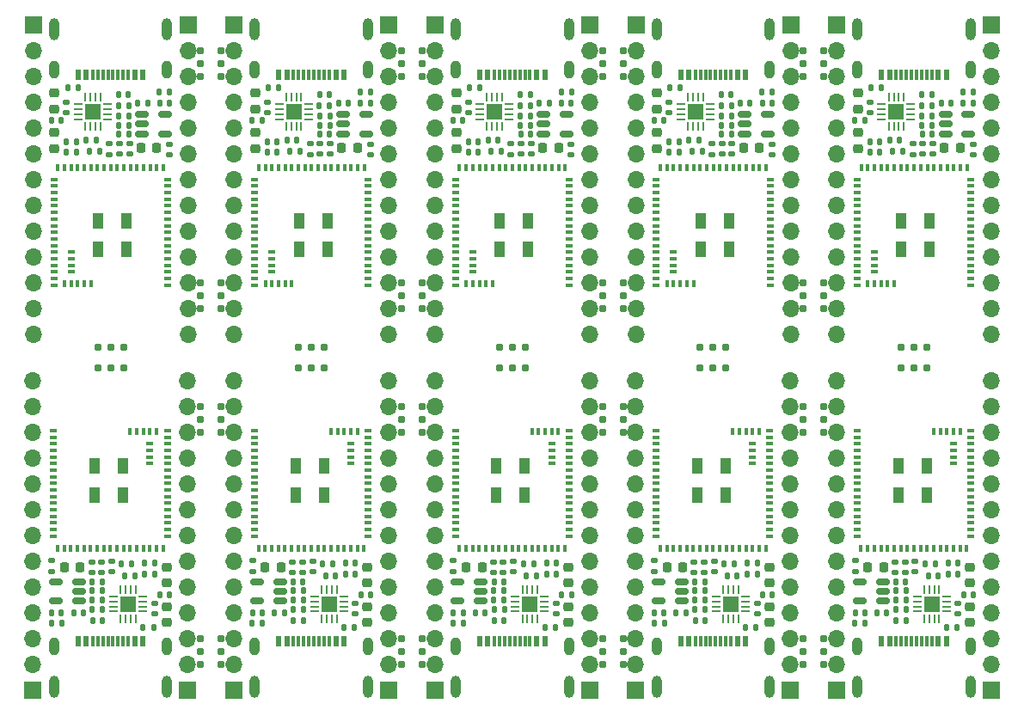
<source format=gbr>
G04 #@! TF.GenerationSoftware,KiCad,Pcbnew,(6.0.1)*
G04 #@! TF.CreationDate,2022-03-22T11:17:59+07:00*
G04 #@! TF.ProjectId,Kimiro,4b696d69-726f-42e6-9b69-6361645f7063,rev?*
G04 #@! TF.SameCoordinates,Original*
G04 #@! TF.FileFunction,Soldermask,Top*
G04 #@! TF.FilePolarity,Negative*
%FSLAX46Y46*%
G04 Gerber Fmt 4.6, Leading zero omitted, Abs format (unit mm)*
G04 Created by KiCad (PCBNEW (6.0.1)) date 2022-03-22 11:17:59*
%MOMM*%
%LPD*%
G01*
G04 APERTURE LIST*
G04 Aperture macros list*
%AMRoundRect*
0 Rectangle with rounded corners*
0 $1 Rounding radius*
0 $2 $3 $4 $5 $6 $7 $8 $9 X,Y pos of 4 corners*
0 Add a 4 corners polygon primitive as box body*
4,1,4,$2,$3,$4,$5,$6,$7,$8,$9,$2,$3,0*
0 Add four circle primitives for the rounded corners*
1,1,$1+$1,$2,$3*
1,1,$1+$1,$4,$5*
1,1,$1+$1,$6,$7*
1,1,$1+$1,$8,$9*
0 Add four rect primitives between the rounded corners*
20,1,$1+$1,$2,$3,$4,$5,0*
20,1,$1+$1,$4,$5,$6,$7,0*
20,1,$1+$1,$6,$7,$8,$9,0*
20,1,$1+$1,$8,$9,$2,$3,0*%
G04 Aperture macros list end*
%ADD10RoundRect,0.140000X0.140000X0.170000X-0.140000X0.170000X-0.140000X-0.170000X0.140000X-0.170000X0*%
%ADD11RoundRect,0.150000X-0.512500X-0.150000X0.512500X-0.150000X0.512500X0.150000X-0.512500X0.150000X0*%
%ADD12RoundRect,0.140000X-0.140000X-0.170000X0.140000X-0.170000X0.140000X0.170000X-0.140000X0.170000X0*%
%ADD13RoundRect,0.135000X-0.185000X0.135000X-0.185000X-0.135000X0.185000X-0.135000X0.185000X0.135000X0*%
%ADD14R,1.700000X1.700000*%
%ADD15O,1.700000X1.700000*%
%ADD16RoundRect,0.135000X-0.135000X-0.185000X0.135000X-0.185000X0.135000X0.185000X-0.135000X0.185000X0*%
%ADD17RoundRect,0.135000X0.185000X-0.135000X0.185000X0.135000X-0.185000X0.135000X-0.185000X-0.135000X0*%
%ADD18R,0.800000X0.350000*%
%ADD19R,0.350000X0.800000*%
%ADD20R,1.000000X1.500000*%
%ADD21R,0.600000X1.079000*%
%ADD22R,0.300000X1.079000*%
%ADD23O,1.000000X2.200000*%
%ADD24O,1.000000X1.800000*%
%ADD25RoundRect,0.218750X-0.256250X0.218750X-0.256250X-0.218750X0.256250X-0.218750X0.256250X0.218750X0*%
%ADD26RoundRect,0.062500X0.375000X0.062500X-0.375000X0.062500X-0.375000X-0.062500X0.375000X-0.062500X0*%
%ADD27RoundRect,0.062500X0.062500X0.375000X-0.062500X0.375000X-0.062500X-0.375000X0.062500X-0.375000X0*%
%ADD28R,1.600000X1.600000*%
%ADD29RoundRect,0.218750X0.218750X0.256250X-0.218750X0.256250X-0.218750X-0.256250X0.218750X-0.256250X0*%
%ADD30RoundRect,0.218750X0.256250X-0.218750X0.256250X0.218750X-0.256250X0.218750X-0.256250X-0.218750X0*%
%ADD31RoundRect,0.150000X0.512500X0.150000X-0.512500X0.150000X-0.512500X-0.150000X0.512500X-0.150000X0*%
%ADD32RoundRect,0.135000X0.135000X0.185000X-0.135000X0.185000X-0.135000X-0.185000X0.135000X-0.185000X0*%
%ADD33RoundRect,0.062500X-0.375000X-0.062500X0.375000X-0.062500X0.375000X0.062500X-0.375000X0.062500X0*%
%ADD34RoundRect,0.062500X-0.062500X-0.375000X0.062500X-0.375000X0.062500X0.375000X-0.062500X0.375000X0*%
%ADD35RoundRect,0.218750X-0.218750X-0.256250X0.218750X-0.256250X0.218750X0.256250X-0.218750X0.256250X0*%
%ADD36C,0.787400*%
G04 APERTURE END LIST*
D10*
X151939200Y-45745400D03*
X150979200Y-45745400D03*
D11*
X158398900Y-43068200D03*
X158398900Y-44018200D03*
X158398900Y-44968200D03*
X160673900Y-44968200D03*
X160673900Y-43068200D03*
D12*
X152935000Y-45567600D03*
X153895000Y-45567600D03*
X156110000Y-41148000D03*
X157070000Y-41148000D03*
D13*
X157174200Y-45895800D03*
X157174200Y-46915800D03*
D14*
X162940000Y-34290000D03*
D15*
X162940000Y-36830000D03*
X162940000Y-39370000D03*
X162940000Y-41910000D03*
X162940000Y-44450000D03*
X162940000Y-46990000D03*
X162940000Y-49530000D03*
X162940000Y-52070000D03*
X162940000Y-54610000D03*
X162940000Y-57150000D03*
X162940000Y-59690000D03*
X162940000Y-62230000D03*
X162940000Y-64770000D03*
D16*
X151076200Y-40462200D03*
X152096200Y-40462200D03*
D10*
X151939200Y-46812200D03*
X150979200Y-46812200D03*
D17*
X150976600Y-42851800D03*
X150976600Y-41831800D03*
D18*
X160920000Y-59869000D03*
X160920000Y-59219000D03*
X160920000Y-58569000D03*
X160920000Y-57919000D03*
X160920000Y-57269000D03*
X160920000Y-56619000D03*
X160920000Y-55969000D03*
X160920000Y-55319000D03*
X160920000Y-54669000D03*
X160920000Y-54019000D03*
X160920000Y-53369000D03*
X160920000Y-52719000D03*
X160920000Y-52069000D03*
X160920000Y-51419000D03*
X160920000Y-50769000D03*
X160920000Y-50119000D03*
X160920000Y-49469000D03*
D19*
X160520000Y-48269000D03*
X159870000Y-48269000D03*
X159220000Y-48269000D03*
X158570000Y-48269000D03*
X157920000Y-48269000D03*
X157270000Y-48269000D03*
X156620000Y-48269000D03*
X155970000Y-48269000D03*
X155320000Y-48269000D03*
X154670000Y-48269000D03*
X154020000Y-48269000D03*
X153370000Y-48269000D03*
X152720000Y-48269000D03*
X152070000Y-48269000D03*
X151420000Y-48269000D03*
X150770000Y-48269000D03*
X150120000Y-48269000D03*
D18*
X149720000Y-49469000D03*
X149720000Y-50119000D03*
X149720000Y-50769000D03*
X149720000Y-51419000D03*
X149720000Y-52069000D03*
X149720000Y-52719000D03*
X149720000Y-53369000D03*
X149720000Y-54019000D03*
X149720000Y-54669000D03*
X149720000Y-55319000D03*
X149720000Y-55969000D03*
X149720000Y-56619000D03*
X149720000Y-57269000D03*
X149720000Y-57919000D03*
X149720000Y-58569000D03*
X149720000Y-59219000D03*
X149720000Y-59869000D03*
D19*
X150770000Y-59769000D03*
X151420000Y-59769000D03*
X152070000Y-59769000D03*
X152720000Y-59769000D03*
X153370000Y-59769000D03*
D18*
X151420000Y-58569000D03*
X151420000Y-57919000D03*
X151420000Y-57269000D03*
X151420000Y-56619000D03*
D20*
X156870000Y-53519000D03*
X156870000Y-56369000D03*
X154070000Y-53519000D03*
X154070000Y-56369000D03*
D12*
X160148600Y-41935400D03*
X161108600Y-41935400D03*
D17*
X161111200Y-47042800D03*
X161111200Y-46022800D03*
D21*
X158509400Y-39134500D03*
X157709400Y-39134500D03*
D22*
X156559400Y-39134500D03*
X155559400Y-39134500D03*
X155059400Y-39134500D03*
X154059400Y-39134500D03*
D21*
X152909400Y-39134500D03*
X152109400Y-39134500D03*
X152109400Y-39134500D03*
X152909400Y-39134500D03*
D22*
X153559400Y-39134500D03*
X154559400Y-39134500D03*
X156059400Y-39134500D03*
X157059400Y-39134500D03*
D21*
X157709400Y-39134500D03*
X158509400Y-39134500D03*
D23*
X160884400Y-34630500D03*
D24*
X149734400Y-38630500D03*
X160884400Y-38630500D03*
D23*
X149734400Y-34630500D03*
D16*
X153209800Y-46736000D03*
X154229800Y-46736000D03*
D10*
X158949600Y-41935400D03*
X157989600Y-41935400D03*
D16*
X160118600Y-40868600D03*
X161138600Y-40868600D03*
D12*
X149480600Y-43688000D03*
X150440600Y-43688000D03*
D13*
X156183600Y-45895800D03*
X156183600Y-46915800D03*
D16*
X156105400Y-43230800D03*
X157125400Y-43230800D03*
D14*
X147700000Y-34290000D03*
D15*
X147700000Y-36830000D03*
X147700000Y-39370000D03*
X147700000Y-41910000D03*
X147700000Y-44450000D03*
X147700000Y-46990000D03*
X147700000Y-49530000D03*
X147700000Y-52070000D03*
X147700000Y-54610000D03*
X147700000Y-57150000D03*
X147700000Y-59690000D03*
X147700000Y-62230000D03*
X147700000Y-64770000D03*
D25*
X149782800Y-40970100D03*
X149782800Y-42545100D03*
D16*
X156080000Y-42240200D03*
X157100000Y-42240200D03*
X156105400Y-44119800D03*
X157125400Y-44119800D03*
D26*
X155004900Y-43549000D03*
X155004900Y-43049000D03*
X155004900Y-42549000D03*
X155004900Y-42049000D03*
D27*
X154317400Y-41361500D03*
X153817400Y-41361500D03*
X153317400Y-41361500D03*
X152817400Y-41361500D03*
D26*
X152129900Y-42049000D03*
X152129900Y-42549000D03*
X152129900Y-43049000D03*
X152129900Y-43549000D03*
D27*
X152817400Y-44236500D03*
X153317400Y-44236500D03*
X153817400Y-44236500D03*
X154317400Y-44236500D03*
D28*
X153567400Y-42799000D03*
D29*
X159866700Y-46380400D03*
X158291700Y-46380400D03*
D12*
X156135400Y-44983400D03*
X157095400Y-44983400D03*
D30*
X149782800Y-46431300D03*
X149782800Y-44856300D03*
D13*
X155193000Y-45972000D03*
X155193000Y-46992000D03*
D12*
X158679600Y-88334600D03*
X159639600Y-88334600D03*
D31*
X152219900Y-91011800D03*
X152219900Y-90061800D03*
X152219900Y-89111800D03*
X149944900Y-89111800D03*
X149944900Y-91011800D03*
D10*
X157683800Y-88512400D03*
X156723800Y-88512400D03*
D17*
X153444600Y-88184200D03*
X153444600Y-87164200D03*
D13*
X159642200Y-91228200D03*
X159642200Y-92248200D03*
D14*
X147678800Y-99790000D03*
D15*
X147678800Y-97250000D03*
X147678800Y-94710000D03*
X147678800Y-92170000D03*
X147678800Y-89630000D03*
X147678800Y-87090000D03*
X147678800Y-84550000D03*
X147678800Y-82010000D03*
X147678800Y-79470000D03*
X147678800Y-76930000D03*
X147678800Y-74390000D03*
X147678800Y-71850000D03*
X147678800Y-69310000D03*
D32*
X157409000Y-87344000D03*
X156389000Y-87344000D03*
D18*
X149698800Y-74211000D03*
X149698800Y-74861000D03*
X149698800Y-75511000D03*
X149698800Y-76161000D03*
X149698800Y-76811000D03*
X149698800Y-77461000D03*
X149698800Y-78111000D03*
X149698800Y-78761000D03*
X149698800Y-79411000D03*
X149698800Y-80061000D03*
X149698800Y-80711000D03*
X149698800Y-81361000D03*
X149698800Y-82011000D03*
X149698800Y-82661000D03*
X149698800Y-83311000D03*
X149698800Y-83961000D03*
X149698800Y-84611000D03*
D19*
X150098800Y-85811000D03*
X150748800Y-85811000D03*
X151398800Y-85811000D03*
X152048800Y-85811000D03*
X152698800Y-85811000D03*
X153348800Y-85811000D03*
X153998800Y-85811000D03*
X154648800Y-85811000D03*
X155298800Y-85811000D03*
X155948800Y-85811000D03*
X156598800Y-85811000D03*
X157248800Y-85811000D03*
X157898800Y-85811000D03*
X158548800Y-85811000D03*
X159198800Y-85811000D03*
X159848800Y-85811000D03*
X160498800Y-85811000D03*
D18*
X160898800Y-84611000D03*
X160898800Y-83961000D03*
X160898800Y-83311000D03*
X160898800Y-82661000D03*
X160898800Y-82011000D03*
X160898800Y-81361000D03*
X160898800Y-80711000D03*
X160898800Y-80061000D03*
X160898800Y-79411000D03*
X160898800Y-78761000D03*
X160898800Y-78111000D03*
X160898800Y-77461000D03*
X160898800Y-76811000D03*
X160898800Y-76161000D03*
X160898800Y-75511000D03*
X160898800Y-74861000D03*
X160898800Y-74211000D03*
D19*
X159848800Y-74311000D03*
X159198800Y-74311000D03*
X158548800Y-74311000D03*
X157898800Y-74311000D03*
X157248800Y-74311000D03*
D18*
X159198800Y-75511000D03*
X159198800Y-76161000D03*
X159198800Y-76811000D03*
X159198800Y-77461000D03*
D20*
X153748800Y-80561000D03*
X153748800Y-77711000D03*
X156548800Y-80561000D03*
X156548800Y-77711000D03*
D32*
X154513400Y-90849200D03*
X153493400Y-90849200D03*
D13*
X149507600Y-87037200D03*
X149507600Y-88057200D03*
D12*
X158679600Y-87267800D03*
X159639600Y-87267800D03*
D10*
X154508800Y-92932000D03*
X153548800Y-92932000D03*
D32*
X159542600Y-93617800D03*
X158522600Y-93617800D03*
D10*
X150470200Y-92144600D03*
X149510200Y-92144600D03*
D12*
X151669200Y-92144600D03*
X152629200Y-92144600D03*
D14*
X162918800Y-99790000D03*
D15*
X162918800Y-97250000D03*
X162918800Y-94710000D03*
X162918800Y-92170000D03*
X162918800Y-89630000D03*
X162918800Y-87090000D03*
X162918800Y-84550000D03*
X162918800Y-82010000D03*
X162918800Y-79470000D03*
X162918800Y-76930000D03*
X162918800Y-74390000D03*
X162918800Y-71850000D03*
X162918800Y-69310000D03*
D32*
X150500200Y-93211400D03*
X149480200Y-93211400D03*
D17*
X154435200Y-88184200D03*
X154435200Y-87164200D03*
D10*
X161138200Y-90392000D03*
X160178200Y-90392000D03*
D25*
X160836000Y-87648700D03*
X160836000Y-89223700D03*
D33*
X155613900Y-90531000D03*
X155613900Y-91031000D03*
X155613900Y-91531000D03*
X155613900Y-92031000D03*
D34*
X156301400Y-92718500D03*
X156801400Y-92718500D03*
X157301400Y-92718500D03*
X157801400Y-92718500D03*
D33*
X158488900Y-92031000D03*
X158488900Y-91531000D03*
X158488900Y-91031000D03*
X158488900Y-90531000D03*
D34*
X157801400Y-89843500D03*
X157301400Y-89843500D03*
X156801400Y-89843500D03*
X156301400Y-89843500D03*
D28*
X157051400Y-91281000D03*
D21*
X152109400Y-94945500D03*
X152909400Y-94945500D03*
D22*
X154059400Y-94945500D03*
X155059400Y-94945500D03*
X155559400Y-94945500D03*
X156559400Y-94945500D03*
D21*
X157709400Y-94945500D03*
X158509400Y-94945500D03*
X158509400Y-94945500D03*
X157709400Y-94945500D03*
D22*
X157059400Y-94945500D03*
X156059400Y-94945500D03*
X154559400Y-94945500D03*
X153559400Y-94945500D03*
D21*
X152909400Y-94945500D03*
X152109400Y-94945500D03*
D23*
X149734400Y-99449500D03*
D24*
X160884400Y-95449500D03*
X149734400Y-95449500D03*
D23*
X160884400Y-99449500D03*
D32*
X154538800Y-91839800D03*
X153518800Y-91839800D03*
X154513400Y-89960200D03*
X153493400Y-89960200D03*
D35*
X150752100Y-87699600D03*
X152327100Y-87699600D03*
D17*
X155425800Y-88108000D03*
X155425800Y-87088000D03*
D10*
X154483400Y-89096600D03*
X153523400Y-89096600D03*
D30*
X160836000Y-93109900D03*
X160836000Y-91534900D03*
D36*
X155309400Y-66024000D03*
X154039400Y-68056000D03*
X154039400Y-66024000D03*
X155309400Y-68056000D03*
X156579400Y-66024000D03*
X156579400Y-68056000D03*
D10*
X132159200Y-45745400D03*
X131199200Y-45745400D03*
D11*
X138618900Y-43068200D03*
X138618900Y-44018200D03*
X138618900Y-44968200D03*
X140893900Y-44968200D03*
X140893900Y-43068200D03*
D12*
X133155000Y-45567600D03*
X134115000Y-45567600D03*
X136330000Y-41148000D03*
X137290000Y-41148000D03*
D13*
X137394200Y-45895800D03*
X137394200Y-46915800D03*
D14*
X143160000Y-34290000D03*
D15*
X143160000Y-36830000D03*
X143160000Y-39370000D03*
X143160000Y-41910000D03*
X143160000Y-44450000D03*
X143160000Y-46990000D03*
X143160000Y-49530000D03*
X143160000Y-52070000D03*
X143160000Y-54610000D03*
X143160000Y-57150000D03*
X143160000Y-59690000D03*
X143160000Y-62230000D03*
X143160000Y-64770000D03*
D16*
X131296200Y-40462200D03*
X132316200Y-40462200D03*
D10*
X132159200Y-46812200D03*
X131199200Y-46812200D03*
D17*
X131196600Y-42851800D03*
X131196600Y-41831800D03*
D18*
X141140000Y-59869000D03*
X141140000Y-59219000D03*
X141140000Y-58569000D03*
X141140000Y-57919000D03*
X141140000Y-57269000D03*
X141140000Y-56619000D03*
X141140000Y-55969000D03*
X141140000Y-55319000D03*
X141140000Y-54669000D03*
X141140000Y-54019000D03*
X141140000Y-53369000D03*
X141140000Y-52719000D03*
X141140000Y-52069000D03*
X141140000Y-51419000D03*
X141140000Y-50769000D03*
X141140000Y-50119000D03*
X141140000Y-49469000D03*
D19*
X140740000Y-48269000D03*
X140090000Y-48269000D03*
X139440000Y-48269000D03*
X138790000Y-48269000D03*
X138140000Y-48269000D03*
X137490000Y-48269000D03*
X136840000Y-48269000D03*
X136190000Y-48269000D03*
X135540000Y-48269000D03*
X134890000Y-48269000D03*
X134240000Y-48269000D03*
X133590000Y-48269000D03*
X132940000Y-48269000D03*
X132290000Y-48269000D03*
X131640000Y-48269000D03*
X130990000Y-48269000D03*
X130340000Y-48269000D03*
D18*
X129940000Y-49469000D03*
X129940000Y-50119000D03*
X129940000Y-50769000D03*
X129940000Y-51419000D03*
X129940000Y-52069000D03*
X129940000Y-52719000D03*
X129940000Y-53369000D03*
X129940000Y-54019000D03*
X129940000Y-54669000D03*
X129940000Y-55319000D03*
X129940000Y-55969000D03*
X129940000Y-56619000D03*
X129940000Y-57269000D03*
X129940000Y-57919000D03*
X129940000Y-58569000D03*
X129940000Y-59219000D03*
X129940000Y-59869000D03*
D19*
X130990000Y-59769000D03*
X131640000Y-59769000D03*
X132290000Y-59769000D03*
X132940000Y-59769000D03*
X133590000Y-59769000D03*
D18*
X131640000Y-58569000D03*
X131640000Y-57919000D03*
X131640000Y-57269000D03*
X131640000Y-56619000D03*
D20*
X137090000Y-53519000D03*
X137090000Y-56369000D03*
X134290000Y-53519000D03*
X134290000Y-56369000D03*
D12*
X140368600Y-41935400D03*
X141328600Y-41935400D03*
D17*
X141331200Y-47042800D03*
X141331200Y-46022800D03*
D21*
X138729400Y-39134500D03*
X137929400Y-39134500D03*
D22*
X136779400Y-39134500D03*
X135779400Y-39134500D03*
X135279400Y-39134500D03*
X134279400Y-39134500D03*
D21*
X133129400Y-39134500D03*
X132329400Y-39134500D03*
X132329400Y-39134500D03*
X133129400Y-39134500D03*
D22*
X133779400Y-39134500D03*
X134779400Y-39134500D03*
X136279400Y-39134500D03*
X137279400Y-39134500D03*
D21*
X137929400Y-39134500D03*
X138729400Y-39134500D03*
D23*
X141104400Y-34630500D03*
D24*
X129954400Y-38630500D03*
X141104400Y-38630500D03*
D23*
X129954400Y-34630500D03*
D16*
X133429800Y-46736000D03*
X134449800Y-46736000D03*
D10*
X139169600Y-41935400D03*
X138209600Y-41935400D03*
D16*
X140338600Y-40868600D03*
X141358600Y-40868600D03*
D12*
X129700600Y-43688000D03*
X130660600Y-43688000D03*
D13*
X136403600Y-45895800D03*
X136403600Y-46915800D03*
D16*
X136325400Y-43230800D03*
X137345400Y-43230800D03*
D14*
X127920000Y-34290000D03*
D15*
X127920000Y-36830000D03*
X127920000Y-39370000D03*
X127920000Y-41910000D03*
X127920000Y-44450000D03*
X127920000Y-46990000D03*
X127920000Y-49530000D03*
X127920000Y-52070000D03*
X127920000Y-54610000D03*
X127920000Y-57150000D03*
X127920000Y-59690000D03*
X127920000Y-62230000D03*
X127920000Y-64770000D03*
D25*
X130002800Y-40970100D03*
X130002800Y-42545100D03*
D16*
X136300000Y-42240200D03*
X137320000Y-42240200D03*
X136325400Y-44119800D03*
X137345400Y-44119800D03*
D26*
X135224900Y-43549000D03*
X135224900Y-43049000D03*
X135224900Y-42549000D03*
X135224900Y-42049000D03*
D27*
X134537400Y-41361500D03*
X134037400Y-41361500D03*
X133537400Y-41361500D03*
X133037400Y-41361500D03*
D26*
X132349900Y-42049000D03*
X132349900Y-42549000D03*
X132349900Y-43049000D03*
X132349900Y-43549000D03*
D27*
X133037400Y-44236500D03*
X133537400Y-44236500D03*
X134037400Y-44236500D03*
X134537400Y-44236500D03*
D28*
X133787400Y-42799000D03*
D29*
X140086700Y-46380400D03*
X138511700Y-46380400D03*
D12*
X136355400Y-44983400D03*
X137315400Y-44983400D03*
D30*
X130002800Y-46431300D03*
X130002800Y-44856300D03*
D13*
X135413000Y-45972000D03*
X135413000Y-46992000D03*
D12*
X138899600Y-88334600D03*
X139859600Y-88334600D03*
D31*
X132439900Y-91011800D03*
X132439900Y-90061800D03*
X132439900Y-89111800D03*
X130164900Y-89111800D03*
X130164900Y-91011800D03*
D10*
X137903800Y-88512400D03*
X136943800Y-88512400D03*
D17*
X133664600Y-88184200D03*
X133664600Y-87164200D03*
D13*
X139862200Y-91228200D03*
X139862200Y-92248200D03*
D14*
X127898800Y-99790000D03*
D15*
X127898800Y-97250000D03*
X127898800Y-94710000D03*
X127898800Y-92170000D03*
X127898800Y-89630000D03*
X127898800Y-87090000D03*
X127898800Y-84550000D03*
X127898800Y-82010000D03*
X127898800Y-79470000D03*
X127898800Y-76930000D03*
X127898800Y-74390000D03*
X127898800Y-71850000D03*
X127898800Y-69310000D03*
D32*
X137629000Y-87344000D03*
X136609000Y-87344000D03*
D18*
X129918800Y-74211000D03*
X129918800Y-74861000D03*
X129918800Y-75511000D03*
X129918800Y-76161000D03*
X129918800Y-76811000D03*
X129918800Y-77461000D03*
X129918800Y-78111000D03*
X129918800Y-78761000D03*
X129918800Y-79411000D03*
X129918800Y-80061000D03*
X129918800Y-80711000D03*
X129918800Y-81361000D03*
X129918800Y-82011000D03*
X129918800Y-82661000D03*
X129918800Y-83311000D03*
X129918800Y-83961000D03*
X129918800Y-84611000D03*
D19*
X130318800Y-85811000D03*
X130968800Y-85811000D03*
X131618800Y-85811000D03*
X132268800Y-85811000D03*
X132918800Y-85811000D03*
X133568800Y-85811000D03*
X134218800Y-85811000D03*
X134868800Y-85811000D03*
X135518800Y-85811000D03*
X136168800Y-85811000D03*
X136818800Y-85811000D03*
X137468800Y-85811000D03*
X138118800Y-85811000D03*
X138768800Y-85811000D03*
X139418800Y-85811000D03*
X140068800Y-85811000D03*
X140718800Y-85811000D03*
D18*
X141118800Y-84611000D03*
X141118800Y-83961000D03*
X141118800Y-83311000D03*
X141118800Y-82661000D03*
X141118800Y-82011000D03*
X141118800Y-81361000D03*
X141118800Y-80711000D03*
X141118800Y-80061000D03*
X141118800Y-79411000D03*
X141118800Y-78761000D03*
X141118800Y-78111000D03*
X141118800Y-77461000D03*
X141118800Y-76811000D03*
X141118800Y-76161000D03*
X141118800Y-75511000D03*
X141118800Y-74861000D03*
X141118800Y-74211000D03*
D19*
X140068800Y-74311000D03*
X139418800Y-74311000D03*
X138768800Y-74311000D03*
X138118800Y-74311000D03*
X137468800Y-74311000D03*
D18*
X139418800Y-75511000D03*
X139418800Y-76161000D03*
X139418800Y-76811000D03*
X139418800Y-77461000D03*
D20*
X133968800Y-80561000D03*
X133968800Y-77711000D03*
X136768800Y-80561000D03*
X136768800Y-77711000D03*
D32*
X134733400Y-90849200D03*
X133713400Y-90849200D03*
D13*
X129727600Y-87037200D03*
X129727600Y-88057200D03*
D12*
X138899600Y-87267800D03*
X139859600Y-87267800D03*
D10*
X134728800Y-92932000D03*
X133768800Y-92932000D03*
D32*
X139762600Y-93617800D03*
X138742600Y-93617800D03*
D10*
X130690200Y-92144600D03*
X129730200Y-92144600D03*
D12*
X131889200Y-92144600D03*
X132849200Y-92144600D03*
D14*
X143138800Y-99790000D03*
D15*
X143138800Y-97250000D03*
X143138800Y-94710000D03*
X143138800Y-92170000D03*
X143138800Y-89630000D03*
X143138800Y-87090000D03*
X143138800Y-84550000D03*
X143138800Y-82010000D03*
X143138800Y-79470000D03*
X143138800Y-76930000D03*
X143138800Y-74390000D03*
X143138800Y-71850000D03*
X143138800Y-69310000D03*
D32*
X130720200Y-93211400D03*
X129700200Y-93211400D03*
D17*
X134655200Y-88184200D03*
X134655200Y-87164200D03*
D10*
X141358200Y-90392000D03*
X140398200Y-90392000D03*
D25*
X141056000Y-87648700D03*
X141056000Y-89223700D03*
D33*
X135833900Y-90531000D03*
X135833900Y-91031000D03*
X135833900Y-91531000D03*
X135833900Y-92031000D03*
D34*
X136521400Y-92718500D03*
X137021400Y-92718500D03*
X137521400Y-92718500D03*
X138021400Y-92718500D03*
D33*
X138708900Y-92031000D03*
X138708900Y-91531000D03*
X138708900Y-91031000D03*
X138708900Y-90531000D03*
D34*
X138021400Y-89843500D03*
X137521400Y-89843500D03*
X137021400Y-89843500D03*
X136521400Y-89843500D03*
D28*
X137271400Y-91281000D03*
D21*
X132329400Y-94945500D03*
X133129400Y-94945500D03*
D22*
X134279400Y-94945500D03*
X135279400Y-94945500D03*
X135779400Y-94945500D03*
X136779400Y-94945500D03*
D21*
X137929400Y-94945500D03*
X138729400Y-94945500D03*
X138729400Y-94945500D03*
X137929400Y-94945500D03*
D22*
X137279400Y-94945500D03*
X136279400Y-94945500D03*
X134779400Y-94945500D03*
X133779400Y-94945500D03*
D21*
X133129400Y-94945500D03*
X132329400Y-94945500D03*
D23*
X129954400Y-99449500D03*
D24*
X141104400Y-95449500D03*
X129954400Y-95449500D03*
D23*
X141104400Y-99449500D03*
D32*
X134758800Y-91839800D03*
X133738800Y-91839800D03*
X134733400Y-89960200D03*
X133713400Y-89960200D03*
D35*
X130972100Y-87699600D03*
X132547100Y-87699600D03*
D17*
X135645800Y-88108000D03*
X135645800Y-87088000D03*
D10*
X134703400Y-89096600D03*
X133743400Y-89096600D03*
D30*
X141056000Y-93109900D03*
X141056000Y-91534900D03*
D36*
X144414000Y-74390000D03*
X146446000Y-74390000D03*
X144414000Y-73120000D03*
X146446000Y-71850000D03*
X144414000Y-71850000D03*
X146446000Y-73120000D03*
X144414000Y-97250000D03*
X146446000Y-97250000D03*
X144414000Y-95980000D03*
X146446000Y-94710000D03*
X144414000Y-94710000D03*
X146446000Y-95980000D03*
X135529400Y-66024000D03*
X134259400Y-68056000D03*
X134259400Y-66024000D03*
X135529400Y-68056000D03*
X136799400Y-66024000D03*
X136799400Y-68056000D03*
X144414000Y-62230000D03*
X146446000Y-62230000D03*
X144414000Y-60960000D03*
X146446000Y-59690000D03*
X144414000Y-59690000D03*
X146446000Y-60960000D03*
X144414000Y-39370000D03*
X146446000Y-39370000D03*
X144414000Y-38100000D03*
X146446000Y-36830000D03*
X144414000Y-36830000D03*
X146446000Y-38100000D03*
D10*
X112379200Y-45745400D03*
X111419200Y-45745400D03*
D11*
X118838900Y-43068200D03*
X118838900Y-44018200D03*
X118838900Y-44968200D03*
X121113900Y-44968200D03*
X121113900Y-43068200D03*
D12*
X113375000Y-45567600D03*
X114335000Y-45567600D03*
X116550000Y-41148000D03*
X117510000Y-41148000D03*
D13*
X117614200Y-45895800D03*
X117614200Y-46915800D03*
D14*
X123380000Y-34290000D03*
D15*
X123380000Y-36830000D03*
X123380000Y-39370000D03*
X123380000Y-41910000D03*
X123380000Y-44450000D03*
X123380000Y-46990000D03*
X123380000Y-49530000D03*
X123380000Y-52070000D03*
X123380000Y-54610000D03*
X123380000Y-57150000D03*
X123380000Y-59690000D03*
X123380000Y-62230000D03*
X123380000Y-64770000D03*
D16*
X111516200Y-40462200D03*
X112536200Y-40462200D03*
D10*
X112379200Y-46812200D03*
X111419200Y-46812200D03*
D17*
X111416600Y-42851800D03*
X111416600Y-41831800D03*
D18*
X121360000Y-59869000D03*
X121360000Y-59219000D03*
X121360000Y-58569000D03*
X121360000Y-57919000D03*
X121360000Y-57269000D03*
X121360000Y-56619000D03*
X121360000Y-55969000D03*
X121360000Y-55319000D03*
X121360000Y-54669000D03*
X121360000Y-54019000D03*
X121360000Y-53369000D03*
X121360000Y-52719000D03*
X121360000Y-52069000D03*
X121360000Y-51419000D03*
X121360000Y-50769000D03*
X121360000Y-50119000D03*
X121360000Y-49469000D03*
D19*
X120960000Y-48269000D03*
X120310000Y-48269000D03*
X119660000Y-48269000D03*
X119010000Y-48269000D03*
X118360000Y-48269000D03*
X117710000Y-48269000D03*
X117060000Y-48269000D03*
X116410000Y-48269000D03*
X115760000Y-48269000D03*
X115110000Y-48269000D03*
X114460000Y-48269000D03*
X113810000Y-48269000D03*
X113160000Y-48269000D03*
X112510000Y-48269000D03*
X111860000Y-48269000D03*
X111210000Y-48269000D03*
X110560000Y-48269000D03*
D18*
X110160000Y-49469000D03*
X110160000Y-50119000D03*
X110160000Y-50769000D03*
X110160000Y-51419000D03*
X110160000Y-52069000D03*
X110160000Y-52719000D03*
X110160000Y-53369000D03*
X110160000Y-54019000D03*
X110160000Y-54669000D03*
X110160000Y-55319000D03*
X110160000Y-55969000D03*
X110160000Y-56619000D03*
X110160000Y-57269000D03*
X110160000Y-57919000D03*
X110160000Y-58569000D03*
X110160000Y-59219000D03*
X110160000Y-59869000D03*
D19*
X111210000Y-59769000D03*
X111860000Y-59769000D03*
X112510000Y-59769000D03*
X113160000Y-59769000D03*
X113810000Y-59769000D03*
D18*
X111860000Y-58569000D03*
X111860000Y-57919000D03*
X111860000Y-57269000D03*
X111860000Y-56619000D03*
D20*
X117310000Y-53519000D03*
X117310000Y-56369000D03*
X114510000Y-53519000D03*
X114510000Y-56369000D03*
D12*
X120588600Y-41935400D03*
X121548600Y-41935400D03*
D17*
X121551200Y-47042800D03*
X121551200Y-46022800D03*
D21*
X118949400Y-39134500D03*
X118149400Y-39134500D03*
D22*
X116999400Y-39134500D03*
X115999400Y-39134500D03*
X115499400Y-39134500D03*
X114499400Y-39134500D03*
D21*
X113349400Y-39134500D03*
X112549400Y-39134500D03*
X112549400Y-39134500D03*
X113349400Y-39134500D03*
D22*
X113999400Y-39134500D03*
X114999400Y-39134500D03*
X116499400Y-39134500D03*
X117499400Y-39134500D03*
D21*
X118149400Y-39134500D03*
X118949400Y-39134500D03*
D23*
X121324400Y-34630500D03*
D24*
X110174400Y-38630500D03*
X121324400Y-38630500D03*
D23*
X110174400Y-34630500D03*
D16*
X113649800Y-46736000D03*
X114669800Y-46736000D03*
D10*
X119389600Y-41935400D03*
X118429600Y-41935400D03*
D16*
X120558600Y-40868600D03*
X121578600Y-40868600D03*
D12*
X109920600Y-43688000D03*
X110880600Y-43688000D03*
D13*
X116623600Y-45895800D03*
X116623600Y-46915800D03*
D16*
X116545400Y-43230800D03*
X117565400Y-43230800D03*
D14*
X108140000Y-34290000D03*
D15*
X108140000Y-36830000D03*
X108140000Y-39370000D03*
X108140000Y-41910000D03*
X108140000Y-44450000D03*
X108140000Y-46990000D03*
X108140000Y-49530000D03*
X108140000Y-52070000D03*
X108140000Y-54610000D03*
X108140000Y-57150000D03*
X108140000Y-59690000D03*
X108140000Y-62230000D03*
X108140000Y-64770000D03*
D25*
X110222800Y-40970100D03*
X110222800Y-42545100D03*
D16*
X116520000Y-42240200D03*
X117540000Y-42240200D03*
X116545400Y-44119800D03*
X117565400Y-44119800D03*
D26*
X115444900Y-43549000D03*
X115444900Y-43049000D03*
X115444900Y-42549000D03*
X115444900Y-42049000D03*
D27*
X114757400Y-41361500D03*
X114257400Y-41361500D03*
X113757400Y-41361500D03*
X113257400Y-41361500D03*
D26*
X112569900Y-42049000D03*
X112569900Y-42549000D03*
X112569900Y-43049000D03*
X112569900Y-43549000D03*
D27*
X113257400Y-44236500D03*
X113757400Y-44236500D03*
X114257400Y-44236500D03*
X114757400Y-44236500D03*
D28*
X114007400Y-42799000D03*
D29*
X120306700Y-46380400D03*
X118731700Y-46380400D03*
D12*
X116575400Y-44983400D03*
X117535400Y-44983400D03*
D30*
X110222800Y-46431300D03*
X110222800Y-44856300D03*
D13*
X115633000Y-45972000D03*
X115633000Y-46992000D03*
D12*
X119119600Y-88334600D03*
X120079600Y-88334600D03*
D31*
X112659900Y-91011800D03*
X112659900Y-90061800D03*
X112659900Y-89111800D03*
X110384900Y-89111800D03*
X110384900Y-91011800D03*
D10*
X118123800Y-88512400D03*
X117163800Y-88512400D03*
D17*
X113884600Y-88184200D03*
X113884600Y-87164200D03*
D13*
X120082200Y-91228200D03*
X120082200Y-92248200D03*
D14*
X108118800Y-99790000D03*
D15*
X108118800Y-97250000D03*
X108118800Y-94710000D03*
X108118800Y-92170000D03*
X108118800Y-89630000D03*
X108118800Y-87090000D03*
X108118800Y-84550000D03*
X108118800Y-82010000D03*
X108118800Y-79470000D03*
X108118800Y-76930000D03*
X108118800Y-74390000D03*
X108118800Y-71850000D03*
X108118800Y-69310000D03*
D32*
X117849000Y-87344000D03*
X116829000Y-87344000D03*
D18*
X110138800Y-74211000D03*
X110138800Y-74861000D03*
X110138800Y-75511000D03*
X110138800Y-76161000D03*
X110138800Y-76811000D03*
X110138800Y-77461000D03*
X110138800Y-78111000D03*
X110138800Y-78761000D03*
X110138800Y-79411000D03*
X110138800Y-80061000D03*
X110138800Y-80711000D03*
X110138800Y-81361000D03*
X110138800Y-82011000D03*
X110138800Y-82661000D03*
X110138800Y-83311000D03*
X110138800Y-83961000D03*
X110138800Y-84611000D03*
D19*
X110538800Y-85811000D03*
X111188800Y-85811000D03*
X111838800Y-85811000D03*
X112488800Y-85811000D03*
X113138800Y-85811000D03*
X113788800Y-85811000D03*
X114438800Y-85811000D03*
X115088800Y-85811000D03*
X115738800Y-85811000D03*
X116388800Y-85811000D03*
X117038800Y-85811000D03*
X117688800Y-85811000D03*
X118338800Y-85811000D03*
X118988800Y-85811000D03*
X119638800Y-85811000D03*
X120288800Y-85811000D03*
X120938800Y-85811000D03*
D18*
X121338800Y-84611000D03*
X121338800Y-83961000D03*
X121338800Y-83311000D03*
X121338800Y-82661000D03*
X121338800Y-82011000D03*
X121338800Y-81361000D03*
X121338800Y-80711000D03*
X121338800Y-80061000D03*
X121338800Y-79411000D03*
X121338800Y-78761000D03*
X121338800Y-78111000D03*
X121338800Y-77461000D03*
X121338800Y-76811000D03*
X121338800Y-76161000D03*
X121338800Y-75511000D03*
X121338800Y-74861000D03*
X121338800Y-74211000D03*
D19*
X120288800Y-74311000D03*
X119638800Y-74311000D03*
X118988800Y-74311000D03*
X118338800Y-74311000D03*
X117688800Y-74311000D03*
D18*
X119638800Y-75511000D03*
X119638800Y-76161000D03*
X119638800Y-76811000D03*
X119638800Y-77461000D03*
D20*
X114188800Y-80561000D03*
X114188800Y-77711000D03*
X116988800Y-80561000D03*
X116988800Y-77711000D03*
D32*
X114953400Y-90849200D03*
X113933400Y-90849200D03*
D13*
X109947600Y-87037200D03*
X109947600Y-88057200D03*
D12*
X119119600Y-87267800D03*
X120079600Y-87267800D03*
D10*
X114948800Y-92932000D03*
X113988800Y-92932000D03*
D32*
X119982600Y-93617800D03*
X118962600Y-93617800D03*
D10*
X110910200Y-92144600D03*
X109950200Y-92144600D03*
D12*
X112109200Y-92144600D03*
X113069200Y-92144600D03*
D14*
X123358800Y-99790000D03*
D15*
X123358800Y-97250000D03*
X123358800Y-94710000D03*
X123358800Y-92170000D03*
X123358800Y-89630000D03*
X123358800Y-87090000D03*
X123358800Y-84550000D03*
X123358800Y-82010000D03*
X123358800Y-79470000D03*
X123358800Y-76930000D03*
X123358800Y-74390000D03*
X123358800Y-71850000D03*
X123358800Y-69310000D03*
D32*
X110940200Y-93211400D03*
X109920200Y-93211400D03*
D17*
X114875200Y-88184200D03*
X114875200Y-87164200D03*
D10*
X121578200Y-90392000D03*
X120618200Y-90392000D03*
D25*
X121276000Y-87648700D03*
X121276000Y-89223700D03*
D33*
X116053900Y-90531000D03*
X116053900Y-91031000D03*
X116053900Y-91531000D03*
X116053900Y-92031000D03*
D34*
X116741400Y-92718500D03*
X117241400Y-92718500D03*
X117741400Y-92718500D03*
X118241400Y-92718500D03*
D33*
X118928900Y-92031000D03*
X118928900Y-91531000D03*
X118928900Y-91031000D03*
X118928900Y-90531000D03*
D34*
X118241400Y-89843500D03*
X117741400Y-89843500D03*
X117241400Y-89843500D03*
X116741400Y-89843500D03*
D28*
X117491400Y-91281000D03*
D21*
X112549400Y-94945500D03*
X113349400Y-94945500D03*
D22*
X114499400Y-94945500D03*
X115499400Y-94945500D03*
X115999400Y-94945500D03*
X116999400Y-94945500D03*
D21*
X118149400Y-94945500D03*
X118949400Y-94945500D03*
X118949400Y-94945500D03*
X118149400Y-94945500D03*
D22*
X117499400Y-94945500D03*
X116499400Y-94945500D03*
X114999400Y-94945500D03*
X113999400Y-94945500D03*
D21*
X113349400Y-94945500D03*
X112549400Y-94945500D03*
D23*
X110174400Y-99449500D03*
D24*
X121324400Y-95449500D03*
X110174400Y-95449500D03*
D23*
X121324400Y-99449500D03*
D32*
X114978800Y-91839800D03*
X113958800Y-91839800D03*
X114953400Y-89960200D03*
X113933400Y-89960200D03*
D35*
X111192100Y-87699600D03*
X112767100Y-87699600D03*
D17*
X115865800Y-88108000D03*
X115865800Y-87088000D03*
D10*
X114923400Y-89096600D03*
X113963400Y-89096600D03*
D30*
X121276000Y-93109900D03*
X121276000Y-91534900D03*
D36*
X124634000Y-74390000D03*
X126666000Y-74390000D03*
X124634000Y-73120000D03*
X126666000Y-71850000D03*
X124634000Y-71850000D03*
X126666000Y-73120000D03*
X124634000Y-97250000D03*
X126666000Y-97250000D03*
X124634000Y-95980000D03*
X126666000Y-94710000D03*
X124634000Y-94710000D03*
X126666000Y-95980000D03*
X115749400Y-66024000D03*
X114479400Y-68056000D03*
X114479400Y-66024000D03*
X115749400Y-68056000D03*
X117019400Y-66024000D03*
X117019400Y-68056000D03*
X124634000Y-62230000D03*
X126666000Y-62230000D03*
X124634000Y-60960000D03*
X126666000Y-59690000D03*
X124634000Y-59690000D03*
X126666000Y-60960000D03*
X124634000Y-39370000D03*
X126666000Y-39370000D03*
X124634000Y-38100000D03*
X126666000Y-36830000D03*
X124634000Y-36830000D03*
X126666000Y-38100000D03*
D10*
X92599200Y-45745400D03*
X91639200Y-45745400D03*
D11*
X99058900Y-43068200D03*
X99058900Y-44018200D03*
X99058900Y-44968200D03*
X101333900Y-44968200D03*
X101333900Y-43068200D03*
D12*
X93595000Y-45567600D03*
X94555000Y-45567600D03*
X96770000Y-41148000D03*
X97730000Y-41148000D03*
D13*
X97834200Y-45895800D03*
X97834200Y-46915800D03*
D14*
X103600000Y-34290000D03*
D15*
X103600000Y-36830000D03*
X103600000Y-39370000D03*
X103600000Y-41910000D03*
X103600000Y-44450000D03*
X103600000Y-46990000D03*
X103600000Y-49530000D03*
X103600000Y-52070000D03*
X103600000Y-54610000D03*
X103600000Y-57150000D03*
X103600000Y-59690000D03*
X103600000Y-62230000D03*
X103600000Y-64770000D03*
D16*
X91736200Y-40462200D03*
X92756200Y-40462200D03*
D10*
X92599200Y-46812200D03*
X91639200Y-46812200D03*
D17*
X91636600Y-42851800D03*
X91636600Y-41831800D03*
D18*
X101580000Y-59869000D03*
X101580000Y-59219000D03*
X101580000Y-58569000D03*
X101580000Y-57919000D03*
X101580000Y-57269000D03*
X101580000Y-56619000D03*
X101580000Y-55969000D03*
X101580000Y-55319000D03*
X101580000Y-54669000D03*
X101580000Y-54019000D03*
X101580000Y-53369000D03*
X101580000Y-52719000D03*
X101580000Y-52069000D03*
X101580000Y-51419000D03*
X101580000Y-50769000D03*
X101580000Y-50119000D03*
X101580000Y-49469000D03*
D19*
X101180000Y-48269000D03*
X100530000Y-48269000D03*
X99880000Y-48269000D03*
X99230000Y-48269000D03*
X98580000Y-48269000D03*
X97930000Y-48269000D03*
X97280000Y-48269000D03*
X96630000Y-48269000D03*
X95980000Y-48269000D03*
X95330000Y-48269000D03*
X94680000Y-48269000D03*
X94030000Y-48269000D03*
X93380000Y-48269000D03*
X92730000Y-48269000D03*
X92080000Y-48269000D03*
X91430000Y-48269000D03*
X90780000Y-48269000D03*
D18*
X90380000Y-49469000D03*
X90380000Y-50119000D03*
X90380000Y-50769000D03*
X90380000Y-51419000D03*
X90380000Y-52069000D03*
X90380000Y-52719000D03*
X90380000Y-53369000D03*
X90380000Y-54019000D03*
X90380000Y-54669000D03*
X90380000Y-55319000D03*
X90380000Y-55969000D03*
X90380000Y-56619000D03*
X90380000Y-57269000D03*
X90380000Y-57919000D03*
X90380000Y-58569000D03*
X90380000Y-59219000D03*
X90380000Y-59869000D03*
D19*
X91430000Y-59769000D03*
X92080000Y-59769000D03*
X92730000Y-59769000D03*
X93380000Y-59769000D03*
X94030000Y-59769000D03*
D18*
X92080000Y-58569000D03*
X92080000Y-57919000D03*
X92080000Y-57269000D03*
X92080000Y-56619000D03*
D20*
X97530000Y-53519000D03*
X97530000Y-56369000D03*
X94730000Y-53519000D03*
X94730000Y-56369000D03*
D12*
X100808600Y-41935400D03*
X101768600Y-41935400D03*
D17*
X101771200Y-47042800D03*
X101771200Y-46022800D03*
D21*
X99169400Y-39134500D03*
X98369400Y-39134500D03*
D22*
X97219400Y-39134500D03*
X96219400Y-39134500D03*
X95719400Y-39134500D03*
X94719400Y-39134500D03*
D21*
X93569400Y-39134500D03*
X92769400Y-39134500D03*
X92769400Y-39134500D03*
X93569400Y-39134500D03*
D22*
X94219400Y-39134500D03*
X95219400Y-39134500D03*
X96719400Y-39134500D03*
X97719400Y-39134500D03*
D21*
X98369400Y-39134500D03*
X99169400Y-39134500D03*
D23*
X101544400Y-34630500D03*
D24*
X90394400Y-38630500D03*
X101544400Y-38630500D03*
D23*
X90394400Y-34630500D03*
D16*
X93869800Y-46736000D03*
X94889800Y-46736000D03*
D10*
X99609600Y-41935400D03*
X98649600Y-41935400D03*
D16*
X100778600Y-40868600D03*
X101798600Y-40868600D03*
D12*
X90140600Y-43688000D03*
X91100600Y-43688000D03*
D13*
X96843600Y-45895800D03*
X96843600Y-46915800D03*
D16*
X96765400Y-43230800D03*
X97785400Y-43230800D03*
D14*
X88360000Y-34290000D03*
D15*
X88360000Y-36830000D03*
X88360000Y-39370000D03*
X88360000Y-41910000D03*
X88360000Y-44450000D03*
X88360000Y-46990000D03*
X88360000Y-49530000D03*
X88360000Y-52070000D03*
X88360000Y-54610000D03*
X88360000Y-57150000D03*
X88360000Y-59690000D03*
X88360000Y-62230000D03*
X88360000Y-64770000D03*
D25*
X90442800Y-40970100D03*
X90442800Y-42545100D03*
D16*
X96740000Y-42240200D03*
X97760000Y-42240200D03*
X96765400Y-44119800D03*
X97785400Y-44119800D03*
D26*
X95664900Y-43549000D03*
X95664900Y-43049000D03*
X95664900Y-42549000D03*
X95664900Y-42049000D03*
D27*
X94977400Y-41361500D03*
X94477400Y-41361500D03*
X93977400Y-41361500D03*
X93477400Y-41361500D03*
D26*
X92789900Y-42049000D03*
X92789900Y-42549000D03*
X92789900Y-43049000D03*
X92789900Y-43549000D03*
D27*
X93477400Y-44236500D03*
X93977400Y-44236500D03*
X94477400Y-44236500D03*
X94977400Y-44236500D03*
D28*
X94227400Y-42799000D03*
D29*
X100526700Y-46380400D03*
X98951700Y-46380400D03*
D12*
X96795400Y-44983400D03*
X97755400Y-44983400D03*
D30*
X90442800Y-46431300D03*
X90442800Y-44856300D03*
D13*
X95853000Y-45972000D03*
X95853000Y-46992000D03*
D12*
X99339600Y-88334600D03*
X100299600Y-88334600D03*
D31*
X92879900Y-91011800D03*
X92879900Y-90061800D03*
X92879900Y-89111800D03*
X90604900Y-89111800D03*
X90604900Y-91011800D03*
D10*
X98343800Y-88512400D03*
X97383800Y-88512400D03*
D17*
X94104600Y-88184200D03*
X94104600Y-87164200D03*
D13*
X100302200Y-91228200D03*
X100302200Y-92248200D03*
D14*
X88338800Y-99790000D03*
D15*
X88338800Y-97250000D03*
X88338800Y-94710000D03*
X88338800Y-92170000D03*
X88338800Y-89630000D03*
X88338800Y-87090000D03*
X88338800Y-84550000D03*
X88338800Y-82010000D03*
X88338800Y-79470000D03*
X88338800Y-76930000D03*
X88338800Y-74390000D03*
X88338800Y-71850000D03*
X88338800Y-69310000D03*
D32*
X98069000Y-87344000D03*
X97049000Y-87344000D03*
D18*
X90358800Y-74211000D03*
X90358800Y-74861000D03*
X90358800Y-75511000D03*
X90358800Y-76161000D03*
X90358800Y-76811000D03*
X90358800Y-77461000D03*
X90358800Y-78111000D03*
X90358800Y-78761000D03*
X90358800Y-79411000D03*
X90358800Y-80061000D03*
X90358800Y-80711000D03*
X90358800Y-81361000D03*
X90358800Y-82011000D03*
X90358800Y-82661000D03*
X90358800Y-83311000D03*
X90358800Y-83961000D03*
X90358800Y-84611000D03*
D19*
X90758800Y-85811000D03*
X91408800Y-85811000D03*
X92058800Y-85811000D03*
X92708800Y-85811000D03*
X93358800Y-85811000D03*
X94008800Y-85811000D03*
X94658800Y-85811000D03*
X95308800Y-85811000D03*
X95958800Y-85811000D03*
X96608800Y-85811000D03*
X97258800Y-85811000D03*
X97908800Y-85811000D03*
X98558800Y-85811000D03*
X99208800Y-85811000D03*
X99858800Y-85811000D03*
X100508800Y-85811000D03*
X101158800Y-85811000D03*
D18*
X101558800Y-84611000D03*
X101558800Y-83961000D03*
X101558800Y-83311000D03*
X101558800Y-82661000D03*
X101558800Y-82011000D03*
X101558800Y-81361000D03*
X101558800Y-80711000D03*
X101558800Y-80061000D03*
X101558800Y-79411000D03*
X101558800Y-78761000D03*
X101558800Y-78111000D03*
X101558800Y-77461000D03*
X101558800Y-76811000D03*
X101558800Y-76161000D03*
X101558800Y-75511000D03*
X101558800Y-74861000D03*
X101558800Y-74211000D03*
D19*
X100508800Y-74311000D03*
X99858800Y-74311000D03*
X99208800Y-74311000D03*
X98558800Y-74311000D03*
X97908800Y-74311000D03*
D18*
X99858800Y-75511000D03*
X99858800Y-76161000D03*
X99858800Y-76811000D03*
X99858800Y-77461000D03*
D20*
X94408800Y-80561000D03*
X94408800Y-77711000D03*
X97208800Y-80561000D03*
X97208800Y-77711000D03*
D32*
X95173400Y-90849200D03*
X94153400Y-90849200D03*
D13*
X90167600Y-87037200D03*
X90167600Y-88057200D03*
D12*
X99339600Y-87267800D03*
X100299600Y-87267800D03*
D10*
X95168800Y-92932000D03*
X94208800Y-92932000D03*
D32*
X100202600Y-93617800D03*
X99182600Y-93617800D03*
D10*
X91130200Y-92144600D03*
X90170200Y-92144600D03*
D12*
X92329200Y-92144600D03*
X93289200Y-92144600D03*
D14*
X103578800Y-99790000D03*
D15*
X103578800Y-97250000D03*
X103578800Y-94710000D03*
X103578800Y-92170000D03*
X103578800Y-89630000D03*
X103578800Y-87090000D03*
X103578800Y-84550000D03*
X103578800Y-82010000D03*
X103578800Y-79470000D03*
X103578800Y-76930000D03*
X103578800Y-74390000D03*
X103578800Y-71850000D03*
X103578800Y-69310000D03*
D32*
X91160200Y-93211400D03*
X90140200Y-93211400D03*
D17*
X95095200Y-88184200D03*
X95095200Y-87164200D03*
D10*
X101798200Y-90392000D03*
X100838200Y-90392000D03*
D25*
X101496000Y-87648700D03*
X101496000Y-89223700D03*
D33*
X96273900Y-90531000D03*
X96273900Y-91031000D03*
X96273900Y-91531000D03*
X96273900Y-92031000D03*
D34*
X96961400Y-92718500D03*
X97461400Y-92718500D03*
X97961400Y-92718500D03*
X98461400Y-92718500D03*
D33*
X99148900Y-92031000D03*
X99148900Y-91531000D03*
X99148900Y-91031000D03*
X99148900Y-90531000D03*
D34*
X98461400Y-89843500D03*
X97961400Y-89843500D03*
X97461400Y-89843500D03*
X96961400Y-89843500D03*
D28*
X97711400Y-91281000D03*
D21*
X92769400Y-94945500D03*
X93569400Y-94945500D03*
D22*
X94719400Y-94945500D03*
X95719400Y-94945500D03*
X96219400Y-94945500D03*
X97219400Y-94945500D03*
D21*
X98369400Y-94945500D03*
X99169400Y-94945500D03*
X99169400Y-94945500D03*
X98369400Y-94945500D03*
D22*
X97719400Y-94945500D03*
X96719400Y-94945500D03*
X95219400Y-94945500D03*
X94219400Y-94945500D03*
D21*
X93569400Y-94945500D03*
X92769400Y-94945500D03*
D23*
X90394400Y-99449500D03*
D24*
X101544400Y-95449500D03*
X90394400Y-95449500D03*
D23*
X101544400Y-99449500D03*
D32*
X95198800Y-91839800D03*
X94178800Y-91839800D03*
X95173400Y-89960200D03*
X94153400Y-89960200D03*
D35*
X91412100Y-87699600D03*
X92987100Y-87699600D03*
D17*
X96085800Y-88108000D03*
X96085800Y-87088000D03*
D10*
X95143400Y-89096600D03*
X94183400Y-89096600D03*
D30*
X101496000Y-93109900D03*
X101496000Y-91534900D03*
D36*
X104854000Y-74390000D03*
X106886000Y-74390000D03*
X104854000Y-73120000D03*
X106886000Y-71850000D03*
X104854000Y-71850000D03*
X106886000Y-73120000D03*
X104854000Y-97250000D03*
X106886000Y-97250000D03*
X104854000Y-95980000D03*
X106886000Y-94710000D03*
X104854000Y-94710000D03*
X106886000Y-95980000D03*
X95969400Y-66024000D03*
X94699400Y-68056000D03*
X94699400Y-66024000D03*
X95969400Y-68056000D03*
X97239400Y-66024000D03*
X97239400Y-68056000D03*
X104854000Y-62230000D03*
X106886000Y-62230000D03*
X104854000Y-60960000D03*
X106886000Y-59690000D03*
X104854000Y-59690000D03*
X106886000Y-60960000D03*
X104854000Y-39370000D03*
X106886000Y-39370000D03*
X104854000Y-38100000D03*
X106886000Y-36830000D03*
X104854000Y-36830000D03*
X106886000Y-38100000D03*
X85074000Y-97250000D03*
X87106000Y-97250000D03*
X85074000Y-95980000D03*
X87106000Y-94710000D03*
X85074000Y-94710000D03*
X87106000Y-95980000D03*
X85074000Y-74390000D03*
X87106000Y-74390000D03*
X85074000Y-73120000D03*
X87106000Y-71850000D03*
X85074000Y-71850000D03*
X87106000Y-73120000D03*
D12*
X79559600Y-88334600D03*
X80519600Y-88334600D03*
D31*
X73099900Y-91011800D03*
X73099900Y-90061800D03*
X73099900Y-89111800D03*
X70824900Y-89111800D03*
X70824900Y-91011800D03*
D10*
X78563800Y-88512400D03*
X77603800Y-88512400D03*
X75388800Y-92932000D03*
X74428800Y-92932000D03*
D17*
X74324600Y-88184200D03*
X74324600Y-87164200D03*
D14*
X68558800Y-99790000D03*
D15*
X68558800Y-97250000D03*
X68558800Y-94710000D03*
X68558800Y-92170000D03*
X68558800Y-89630000D03*
X68558800Y-87090000D03*
X68558800Y-84550000D03*
X68558800Y-82010000D03*
X68558800Y-79470000D03*
X68558800Y-76930000D03*
X68558800Y-74390000D03*
X68558800Y-71850000D03*
X68558800Y-69310000D03*
D32*
X80422600Y-93617800D03*
X79402600Y-93617800D03*
D12*
X79559600Y-87267800D03*
X80519600Y-87267800D03*
D13*
X80522200Y-91228200D03*
X80522200Y-92248200D03*
D18*
X70578800Y-74211000D03*
X70578800Y-74861000D03*
X70578800Y-75511000D03*
X70578800Y-76161000D03*
X70578800Y-76811000D03*
X70578800Y-77461000D03*
X70578800Y-78111000D03*
X70578800Y-78761000D03*
X70578800Y-79411000D03*
X70578800Y-80061000D03*
X70578800Y-80711000D03*
X70578800Y-81361000D03*
X70578800Y-82011000D03*
X70578800Y-82661000D03*
X70578800Y-83311000D03*
X70578800Y-83961000D03*
X70578800Y-84611000D03*
D19*
X70978800Y-85811000D03*
X71628800Y-85811000D03*
X72278800Y-85811000D03*
X72928800Y-85811000D03*
X73578800Y-85811000D03*
X74228800Y-85811000D03*
X74878800Y-85811000D03*
X75528800Y-85811000D03*
X76178800Y-85811000D03*
X76828800Y-85811000D03*
X77478800Y-85811000D03*
X78128800Y-85811000D03*
X78778800Y-85811000D03*
X79428800Y-85811000D03*
X80078800Y-85811000D03*
X80728800Y-85811000D03*
X81378800Y-85811000D03*
D18*
X81778800Y-84611000D03*
X81778800Y-83961000D03*
X81778800Y-83311000D03*
X81778800Y-82661000D03*
X81778800Y-82011000D03*
X81778800Y-81361000D03*
X81778800Y-80711000D03*
X81778800Y-80061000D03*
X81778800Y-79411000D03*
X81778800Y-78761000D03*
X81778800Y-78111000D03*
X81778800Y-77461000D03*
X81778800Y-76811000D03*
X81778800Y-76161000D03*
X81778800Y-75511000D03*
X81778800Y-74861000D03*
X81778800Y-74211000D03*
D19*
X80728800Y-74311000D03*
X80078800Y-74311000D03*
X79428800Y-74311000D03*
X78778800Y-74311000D03*
X78128800Y-74311000D03*
D18*
X80078800Y-75511000D03*
X80078800Y-76161000D03*
X80078800Y-76811000D03*
X80078800Y-77461000D03*
D20*
X74628800Y-80561000D03*
X74628800Y-77711000D03*
X77428800Y-80561000D03*
X77428800Y-77711000D03*
D10*
X71350200Y-92144600D03*
X70390200Y-92144600D03*
D13*
X70387600Y-87037200D03*
X70387600Y-88057200D03*
D21*
X72989400Y-94945500D03*
X73789400Y-94945500D03*
D22*
X74939400Y-94945500D03*
X75939400Y-94945500D03*
X76439400Y-94945500D03*
X77439400Y-94945500D03*
D21*
X78589400Y-94945500D03*
X79389400Y-94945500D03*
X79389400Y-94945500D03*
X78589400Y-94945500D03*
D22*
X77939400Y-94945500D03*
X76939400Y-94945500D03*
X75439400Y-94945500D03*
X74439400Y-94945500D03*
D21*
X73789400Y-94945500D03*
X72989400Y-94945500D03*
D23*
X70614400Y-99449500D03*
D24*
X81764400Y-95449500D03*
X70614400Y-95449500D03*
D23*
X81764400Y-99449500D03*
D32*
X78289000Y-87344000D03*
X77269000Y-87344000D03*
D12*
X72549200Y-92144600D03*
X73509200Y-92144600D03*
D32*
X71380200Y-93211400D03*
X70360200Y-93211400D03*
D10*
X82018200Y-90392000D03*
X81058200Y-90392000D03*
D17*
X75315200Y-88184200D03*
X75315200Y-87164200D03*
D32*
X75393400Y-90849200D03*
X74373400Y-90849200D03*
D14*
X83798800Y-99790000D03*
D15*
X83798800Y-97250000D03*
X83798800Y-94710000D03*
X83798800Y-92170000D03*
X83798800Y-89630000D03*
X83798800Y-87090000D03*
X83798800Y-84550000D03*
X83798800Y-82010000D03*
X83798800Y-79470000D03*
X83798800Y-76930000D03*
X83798800Y-74390000D03*
X83798800Y-71850000D03*
X83798800Y-69310000D03*
D30*
X81716000Y-93109900D03*
X81716000Y-91534900D03*
D32*
X75418800Y-91839800D03*
X74398800Y-91839800D03*
X75393400Y-89960200D03*
X74373400Y-89960200D03*
D33*
X76493900Y-90531000D03*
X76493900Y-91031000D03*
X76493900Y-91531000D03*
X76493900Y-92031000D03*
D34*
X77181400Y-92718500D03*
X77681400Y-92718500D03*
X78181400Y-92718500D03*
X78681400Y-92718500D03*
D33*
X79368900Y-92031000D03*
X79368900Y-91531000D03*
X79368900Y-91031000D03*
X79368900Y-90531000D03*
D34*
X78681400Y-89843500D03*
X78181400Y-89843500D03*
X77681400Y-89843500D03*
X77181400Y-89843500D03*
D28*
X77931400Y-91281000D03*
D35*
X71632100Y-87699600D03*
X73207100Y-87699600D03*
D10*
X75363400Y-89096600D03*
X74403400Y-89096600D03*
D25*
X81716000Y-87648700D03*
X81716000Y-89223700D03*
D17*
X76305800Y-88108000D03*
X76305800Y-87088000D03*
D36*
X76189400Y-66024000D03*
X74919400Y-68056000D03*
X74919400Y-66024000D03*
X76189400Y-68056000D03*
X77459400Y-66024000D03*
X77459400Y-68056000D03*
X85074000Y-62230000D03*
X87106000Y-62230000D03*
X85074000Y-60960000D03*
X87106000Y-59690000D03*
X85074000Y-59690000D03*
X87106000Y-60960000D03*
X85074000Y-39370000D03*
X87106000Y-39370000D03*
X85074000Y-38100000D03*
X87106000Y-36830000D03*
X85074000Y-36830000D03*
X87106000Y-38100000D03*
D12*
X77015400Y-44983400D03*
X77975400Y-44983400D03*
D16*
X76960000Y-42240200D03*
X77980000Y-42240200D03*
D29*
X80746700Y-46380400D03*
X79171700Y-46380400D03*
D26*
X75884900Y-43549000D03*
X75884900Y-43049000D03*
X75884900Y-42549000D03*
X75884900Y-42049000D03*
D27*
X75197400Y-41361500D03*
X74697400Y-41361500D03*
X74197400Y-41361500D03*
X73697400Y-41361500D03*
D26*
X73009900Y-42049000D03*
X73009900Y-42549000D03*
X73009900Y-43049000D03*
X73009900Y-43549000D03*
D27*
X73697400Y-44236500D03*
X74197400Y-44236500D03*
X74697400Y-44236500D03*
X75197400Y-44236500D03*
D28*
X74447400Y-42799000D03*
D30*
X70662800Y-46431300D03*
X70662800Y-44856300D03*
D16*
X76985400Y-44119800D03*
X78005400Y-44119800D03*
D13*
X76073000Y-45972000D03*
X76073000Y-46992000D03*
D25*
X70662800Y-40970100D03*
X70662800Y-42545100D03*
D11*
X79278900Y-43068200D03*
X79278900Y-44018200D03*
X79278900Y-44968200D03*
X81553900Y-44968200D03*
X81553900Y-43068200D03*
D10*
X72819200Y-45745400D03*
X71859200Y-45745400D03*
D12*
X73815000Y-45567600D03*
X74775000Y-45567600D03*
D16*
X80998600Y-40868600D03*
X82018600Y-40868600D03*
X74089800Y-46736000D03*
X75109800Y-46736000D03*
D17*
X71856600Y-42851800D03*
X71856600Y-41831800D03*
D12*
X76990000Y-41148000D03*
X77950000Y-41148000D03*
D21*
X79389400Y-39134500D03*
X78589400Y-39134500D03*
D22*
X77439400Y-39134500D03*
X76439400Y-39134500D03*
X75939400Y-39134500D03*
X74939400Y-39134500D03*
D21*
X73789400Y-39134500D03*
X72989400Y-39134500D03*
X72989400Y-39134500D03*
X73789400Y-39134500D03*
D22*
X74439400Y-39134500D03*
X75439400Y-39134500D03*
X76939400Y-39134500D03*
X77939400Y-39134500D03*
D21*
X78589400Y-39134500D03*
X79389400Y-39134500D03*
D23*
X81764400Y-34630500D03*
D24*
X70614400Y-38630500D03*
X81764400Y-38630500D03*
D23*
X70614400Y-34630500D03*
D10*
X79829600Y-41935400D03*
X78869600Y-41935400D03*
X72819200Y-46812200D03*
X71859200Y-46812200D03*
D16*
X71956200Y-40462200D03*
X72976200Y-40462200D03*
D17*
X81991200Y-47042800D03*
X81991200Y-46022800D03*
D13*
X77063600Y-45895800D03*
X77063600Y-46915800D03*
D12*
X81028600Y-41935400D03*
X81988600Y-41935400D03*
D18*
X81800000Y-59869000D03*
X81800000Y-59219000D03*
X81800000Y-58569000D03*
X81800000Y-57919000D03*
X81800000Y-57269000D03*
X81800000Y-56619000D03*
X81800000Y-55969000D03*
X81800000Y-55319000D03*
X81800000Y-54669000D03*
X81800000Y-54019000D03*
X81800000Y-53369000D03*
X81800000Y-52719000D03*
X81800000Y-52069000D03*
X81800000Y-51419000D03*
X81800000Y-50769000D03*
X81800000Y-50119000D03*
X81800000Y-49469000D03*
D19*
X81400000Y-48269000D03*
X80750000Y-48269000D03*
X80100000Y-48269000D03*
X79450000Y-48269000D03*
X78800000Y-48269000D03*
X78150000Y-48269000D03*
X77500000Y-48269000D03*
X76850000Y-48269000D03*
X76200000Y-48269000D03*
X75550000Y-48269000D03*
X74900000Y-48269000D03*
X74250000Y-48269000D03*
X73600000Y-48269000D03*
X72950000Y-48269000D03*
X72300000Y-48269000D03*
X71650000Y-48269000D03*
X71000000Y-48269000D03*
D18*
X70600000Y-49469000D03*
X70600000Y-50119000D03*
X70600000Y-50769000D03*
X70600000Y-51419000D03*
X70600000Y-52069000D03*
X70600000Y-52719000D03*
X70600000Y-53369000D03*
X70600000Y-54019000D03*
X70600000Y-54669000D03*
X70600000Y-55319000D03*
X70600000Y-55969000D03*
X70600000Y-56619000D03*
X70600000Y-57269000D03*
X70600000Y-57919000D03*
X70600000Y-58569000D03*
X70600000Y-59219000D03*
X70600000Y-59869000D03*
D19*
X71650000Y-59769000D03*
X72300000Y-59769000D03*
X72950000Y-59769000D03*
X73600000Y-59769000D03*
X74250000Y-59769000D03*
D18*
X72300000Y-58569000D03*
X72300000Y-57919000D03*
X72300000Y-57269000D03*
X72300000Y-56619000D03*
D20*
X77750000Y-53519000D03*
X77750000Y-56369000D03*
X74950000Y-53519000D03*
X74950000Y-56369000D03*
D14*
X83820000Y-34290000D03*
D15*
X83820000Y-36830000D03*
X83820000Y-39370000D03*
X83820000Y-41910000D03*
X83820000Y-44450000D03*
X83820000Y-46990000D03*
X83820000Y-49530000D03*
X83820000Y-52070000D03*
X83820000Y-54610000D03*
X83820000Y-57150000D03*
X83820000Y-59690000D03*
X83820000Y-62230000D03*
X83820000Y-64770000D03*
D12*
X70360600Y-43688000D03*
X71320600Y-43688000D03*
D16*
X76985400Y-43230800D03*
X78005400Y-43230800D03*
D13*
X78054200Y-45895800D03*
X78054200Y-46915800D03*
D14*
X68580000Y-34290000D03*
D15*
X68580000Y-36830000D03*
X68580000Y-39370000D03*
X68580000Y-41910000D03*
X68580000Y-44450000D03*
X68580000Y-46990000D03*
X68580000Y-49530000D03*
X68580000Y-52070000D03*
X68580000Y-54610000D03*
X68580000Y-57150000D03*
X68580000Y-59690000D03*
X68580000Y-62230000D03*
X68580000Y-64770000D03*
M02*

</source>
